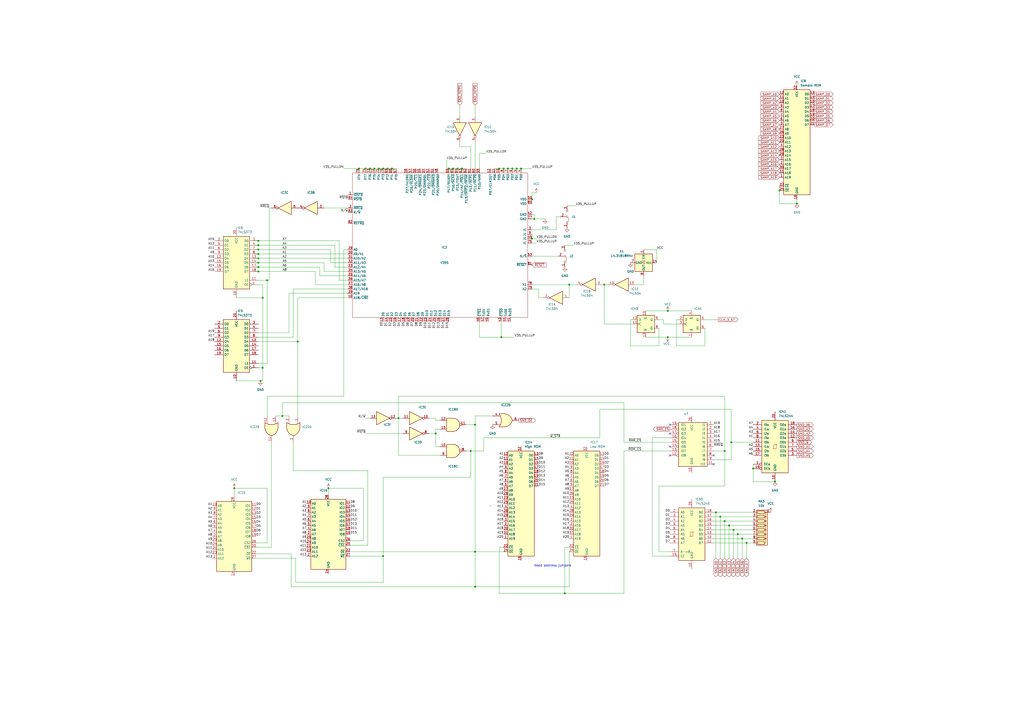
<source format=kicad_sch>
(kicad_sch (version 20211123) (generator eeschema)
  (paper "A2")
  (junction (at 231.14 242.57))
  (junction (at 420.37 261.62))
  (junction (at 262.89 97.79))
  (junction (at 154.94 162.56))
  (junction (at 152.4 213.36))
  (junction (at 222.25 97.79))
  (junction (at 449.58 279.4))
  (junction (at 273.05 261.62))
  (junction (at 172.72 198.12))
  (junction (at 217.17 97.79))
  (junction (at 436.88 271.78))
  (junction (at 252.73 251.46))
  (junction (at 290.83 195.58))
  (junction (at 163.83 241.3))
  (junction (at 292.1 97.79))
  (junction (at 149.86 144.78))
  (junction (at 265.43 97.79))
  (junction (at 208.28 97.79))
  (junction (at 190.5 283.21))
  (junction (at 135.89 283.21))
  (junction (at 415.29 297.18))
  (junction (at 308.61 115.57))
  (junction (at 149.86 157.48))
  (junction (at 219.71 97.79))
  (junction (at 152.4 172.72))
  (junction (at 149.86 147.32))
  (junction (at 275.59 320.04))
  (junction (at 420.37 302.26))
  (junction (at 302.26 97.79))
  (junction (at 214.63 97.79))
  (junction (at 387.35 195.58))
  (junction (at 222.25 322.58))
  (junction (at 424.18 256.54))
  (junction (at 327.66 344.17))
  (junction (at 425.45 307.34))
  (junction (at 267.97 97.79))
  (junction (at 149.86 139.7))
  (junction (at 149.86 152.4))
  (junction (at 227.33 97.79))
  (junction (at 149.86 142.24))
  (junction (at 297.18 97.79))
  (junction (at 417.83 299.72))
  (junction (at 422.91 304.8))
  (junction (at 452.12 110.49))
  (junction (at 350.52 165.1))
  (junction (at 387.35 180.34))
  (junction (at 149.86 149.86))
  (junction (at 224.79 97.79))
  (junction (at 330.2 165.1))
  (junction (at 308.61 138.43))
  (junction (at 212.09 97.79))
  (junction (at 430.53 312.42))
  (junction (at 462.28 118.11))
  (junction (at 260.35 97.79))
  (junction (at 427.99 309.88))
  (junction (at 151.13 220.98))
  (junction (at 289.56 97.79))
  (junction (at 275.59 340.36))
  (junction (at 275.59 246.38))
  (junction (at 294.64 97.79))
  (junction (at 299.72 97.79))
  (junction (at 433.07 314.96))
  (junction (at 309.88 127))
  (junction (at 149.86 154.94))
  (no_connect (at 388.62 246.38))
  (no_connect (at 388.62 264.16))
  (no_connect (at 388.62 259.08))
  (no_connect (at 388.62 251.46))
  (no_connect (at 414.02 264.16))
  (no_connect (at 414.02 269.24))
  (wire (pts (xy 353.06 165.1) (xy 350.52 165.1)))
  (wire (pts (xy 462.28 118.11) (xy 462.28 115.57)))
  (wire (pts (xy 152.4 213.36) (xy 152.4 220.98)))
  (wire (pts (xy 278.13 195.58) (xy 290.83 195.58)))
  (wire (pts (xy 350.52 165.1) (xy 349.25 165.1)))
  (wire (pts (xy 154.94 314.96) (xy 154.94 283.21)))
  (wire (pts (xy 217.17 97.79) (xy 219.71 97.79)))
  (wire (pts (xy 415.29 297.18) (xy 436.88 297.18)))
  (wire (pts (xy 384.81 185.42) (xy 384.81 187.96)))
  (wire (pts (xy 149.86 147.32) (xy 201.93 147.32)))
  (wire (pts (xy 222.25 97.79) (xy 224.79 97.79)))
  (wire (pts (xy 149.86 210.82) (xy 154.94 210.82)))
  (wire (pts (xy 147.32 147.32) (xy 149.86 147.32)))
  (wire (pts (xy 170.18 167.64) (xy 170.18 195.58)))
  (wire (pts (xy 382.27 190.5) (xy 382.27 200.66)))
  (wire (pts (xy 275.59 60.96) (xy 275.59 67.31)))
  (wire (pts (xy 275.59 82.55) (xy 275.59 97.79)))
  (wire (pts (xy 378.46 322.58) (xy 388.62 322.58)))
  (wire (pts (xy 252.73 259.08) (xy 252.73 251.46)))
  (wire (pts (xy 308.61 124.46) (xy 309.88 124.46)))
  (wire (pts (xy 201.93 144.78) (xy 199.39 144.78)))
  (wire (pts (xy 191.77 144.78) (xy 149.86 144.78)))
  (wire (pts (xy 167.64 170.18) (xy 201.93 170.18)))
  (wire (pts (xy 322.58 125.73) (xy 325.12 125.73)))
  (wire (pts (xy 275.59 241.3) (xy 275.59 246.38)))
  (wire (pts (xy 203.2 320.04) (xy 275.59 320.04)))
  (wire (pts (xy 414.02 302.26) (xy 420.37 302.26)))
  (wire (pts (xy 420.37 323.85) (xy 420.37 302.26)))
  (wire (pts (xy 417.83 323.85) (xy 417.83 299.72)))
  (wire (pts (xy 330.2 320.04) (xy 330.2 340.36)))
  (wire (pts (xy 417.83 299.72) (xy 436.88 299.72)))
  (wire (pts (xy 167.64 170.18) (xy 167.64 193.04)))
  (wire (pts (xy 227.33 97.79) (xy 229.87 97.79)))
  (wire (pts (xy 408.94 190.5) (xy 408.94 200.66)))
  (wire (pts (xy 430.53 312.42) (xy 436.88 312.42)))
  (wire (pts (xy 182.88 165.1) (xy 201.93 165.1)))
  (wire (pts (xy 425.45 323.85) (xy 425.45 307.34)))
  (wire (pts (xy 427.99 323.85) (xy 427.99 309.88)))
  (wire (pts (xy 381 144.78) (xy 373.38 144.78)))
  (wire (pts (xy 408.94 200.66) (xy 392.43 200.66)))
  (wire (pts (xy 152.4 165.1) (xy 152.4 172.72)))
  (wire (pts (xy 210.82 283.21) (xy 190.5 283.21)))
  (wire (pts (xy 414.02 261.62) (xy 420.37 261.62)))
  (wire (pts (xy 308.61 167.64) (xy 312.42 167.64)))
  (wire (pts (xy 388.62 256.54) (xy 361.95 256.54)))
  (wire (pts (xy 452.12 107.95) (xy 452.12 110.49)))
  (wire (pts (xy 422.91 323.85) (xy 422.91 304.8)))
  (wire (pts (xy 148.59 323.85) (xy 171.45 323.85)))
  (wire (pts (xy 160.02 241.3) (xy 163.83 241.3)))
  (wire (pts (xy 290.83 195.58) (xy 298.45 195.58)))
  (wire (pts (xy 147.32 157.48) (xy 149.86 157.48)))
  (wire (pts (xy 190.5 283.21) (xy 190.5 287.02)))
  (wire (pts (xy 392.43 185.42) (xy 392.43 200.66)))
  (wire (pts (xy 308.61 127) (xy 309.88 127)))
  (wire (pts (xy 287.02 97.79) (xy 289.56 97.79)))
  (wire (pts (xy 289.56 344.17) (xy 327.66 344.17)))
  (wire (pts (xy 424.18 266.7) (xy 424.18 256.54)))
  (wire (pts (xy 252.73 243.84) (xy 255.27 243.84)))
  (wire (pts (xy 392.43 185.42) (xy 393.7 185.42)))
  (wire (pts (xy 278.13 186.69) (xy 278.13 195.58)))
  (wire (pts (xy 289.56 317.5) (xy 289.56 344.17)))
  (wire (pts (xy 187.96 157.48) (xy 187.96 152.4)))
  (wire (pts (xy 294.64 97.79) (xy 297.18 97.79)))
  (wire (pts (xy 278.13 97.79) (xy 278.13 88.9)))
  (wire (pts (xy 185.42 160.02) (xy 185.42 154.94)))
  (wire (pts (xy 222.25 276.86) (xy 273.05 276.86)))
  (wire (pts (xy 156.21 120.65) (xy 156.21 162.56)))
  (wire (pts (xy 433.07 314.96) (xy 436.88 314.96)))
  (wire (pts (xy 270.51 246.38) (xy 275.59 246.38)))
  (wire (pts (xy 308.61 118.11) (xy 308.61 115.57)))
  (wire (pts (xy 212.09 97.79) (xy 214.63 97.79)))
  (wire (pts (xy 330.2 317.5) (xy 327.66 317.5)))
  (wire (pts (xy 222.25 322.58) (xy 222.25 337.82)))
  (wire (pts (xy 147.32 154.94) (xy 149.86 154.94)))
  (wire (pts (xy 365.76 185.42) (xy 367.03 185.42)))
  (wire (pts (xy 328.93 119.38) (xy 334.01 119.38)))
  (wire (pts (xy 259.08 97.79) (xy 260.35 97.79)))
  (wire (pts (xy 149.86 213.36) (xy 152.4 213.36)))
  (wire (pts (xy 347.98 254) (xy 280.67 254)))
  (wire (pts (xy 248.92 242.57) (xy 252.73 242.57)))
  (wire (pts (xy 199.39 229.87) (xy 154.94 229.87)))
  (wire (pts (xy 280.67 261.62) (xy 273.05 261.62)))
  (wire (pts (xy 252.73 242.57) (xy 252.73 243.84)))
  (wire (pts (xy 191.77 152.4) (xy 201.93 152.4)))
  (wire (pts (xy 420.37 261.62) (xy 420.37 281.94)))
  (wire (pts (xy 273.05 85.09) (xy 273.05 97.79)))
  (wire (pts (xy 361.95 344.17) (xy 327.66 344.17)))
  (wire (pts (xy 312.42 172.72) (xy 314.96 172.72)))
  (wire (pts (xy 312.42 167.64) (xy 312.42 172.72)))
  (wire (pts (xy 196.85 162.56) (xy 201.93 162.56)))
  (wire (pts (xy 266.7 85.09) (xy 273.05 85.09)))
  (wire (pts (xy 327.66 142.24) (xy 332.74 142.24)))
  (wire (pts (xy 147.32 144.78) (xy 149.86 144.78)))
  (wire (pts (xy 182.88 157.48) (xy 149.86 157.48)))
  (wire (pts (xy 156.21 162.56) (xy 154.94 162.56)))
  (wire (pts (xy 231.14 242.57) (xy 233.68 242.57)))
  (wire (pts (xy 255.27 248.92) (xy 252.73 248.92)))
  (wire (pts (xy 308.61 135.89) (xy 308.61 138.43)))
  (wire (pts (xy 420.37 261.62) (xy 420.37 229.87)))
  (wire (pts (xy 367.03 187.96) (xy 350.52 187.96)))
  (wire (pts (xy 252.73 248.92) (xy 252.73 251.46)))
  (wire (pts (xy 170.18 273.05) (xy 213.36 273.05)))
  (wire (pts (xy 210.82 313.69) (xy 210.82 283.21)))
  (wire (pts (xy 350.52 187.96) (xy 350.52 165.1)))
  (wire (pts (xy 170.18 167.64) (xy 201.93 167.64)))
  (wire (pts (xy 170.18 256.54) (xy 170.18 273.05)))
  (wire (pts (xy 308.61 148.59) (xy 323.85 148.59)))
  (wire (pts (xy 289.56 97.79) (xy 292.1 97.79)))
  (wire (pts (xy 361.95 233.68) (xy 163.83 233.68)))
  (wire (pts (xy 436.88 279.4) (xy 436.88 271.78)))
  (wire (pts (xy 252.73 251.46) (xy 248.92 251.46)))
  (wire (pts (xy 265.43 97.79) (xy 262.89 97.79)))
  (wire (pts (xy 382.27 281.94) (xy 382.27 320.04)))
  (wire (pts (xy 172.72 241.3) (xy 172.72 198.12)))
  (wire (pts (xy 292.1 320.04) (xy 275.59 320.04)))
  (wire (pts (xy 330.2 340.36) (xy 275.59 340.36)))
  (wire (pts (xy 266.7 60.96) (xy 266.7 67.31)))
  (wire (pts (xy 231.14 264.16) (xy 231.14 242.57)))
  (wire (pts (xy 231.14 229.87) (xy 231.14 242.57)))
  (wire (pts (xy 290.83 186.69) (xy 290.83 195.58)))
  (wire (pts (xy 194.31 154.94) (xy 201.93 154.94)))
  (wire (pts (xy 152.4 172.72) (xy 152.4 213.36)))
  (wire (pts (xy 163.83 233.68) (xy 163.83 241.3)))
  (wire (pts (xy 266.7 82.55) (xy 266.7 85.09)))
  (wire (pts (xy 382.27 185.42) (xy 384.81 185.42)))
  (wire (pts (xy 157.48 317.5) (xy 148.59 317.5)))
  (wire (pts (xy 170.18 195.58) (xy 149.86 195.58)))
  (wire (pts (xy 199.39 144.78) (xy 199.39 229.87)))
  (wire (pts (xy 157.48 256.54) (xy 157.48 317.5)))
  (wire (pts (xy 151.13 220.98) (xy 152.4 220.98)))
  (wire (pts (xy 436.88 256.54) (xy 424.18 256.54)))
  (wire (pts (xy 420.37 302.26) (xy 436.88 302.26)))
  (wire (pts (xy 154.94 162.56) (xy 149.86 162.56)))
  (wire (pts (xy 361.95 261.62) (xy 361.95 344.17)))
  (wire (pts (xy 308.61 115.57) (xy 308.61 111.76)))
  (wire (pts (xy 416.56 185.42) (xy 408.94 185.42)))
  (wire (pts (xy 308.61 165.1) (xy 330.2 165.1)))
  (wire (pts (xy 171.45 323.85) (xy 171.45 337.82)))
  (wire (pts (xy 191.77 152.4) (xy 191.77 144.78)))
  (wire (pts (xy 203.2 322.58) (xy 222.25 322.58)))
  (wire (pts (xy 151.13 220.98) (xy 137.16 220.98)))
  (wire (pts (xy 213.36 316.23) (xy 203.2 316.23)))
  (wire (pts (xy 414.02 304.8) (xy 422.91 304.8)))
  (wire (pts (xy 436.88 269.24) (xy 436.88 271.78)))
  (wire (pts (xy 430.53 323.85) (xy 430.53 312.42)))
  (wire (pts (xy 163.83 241.3) (xy 167.64 241.3)))
  (wire (pts (xy 222.25 337.82) (xy 171.45 337.82)))
  (wire (pts (xy 208.28 97.79) (xy 212.09 97.79)))
  (wire (pts (xy 154.94 210.82) (xy 154.94 162.56)))
  (wire (pts (xy 196.85 139.7) (xy 149.86 139.7)))
  (wire (pts (xy 168.91 321.31) (xy 168.91 340.36)))
  (wire (pts (xy 373.38 160.02) (xy 373.38 165.1)))
  (wire (pts (xy 414.02 309.88) (xy 427.99 309.88)))
  (wire (pts (xy 285.75 241.3) (xy 275.59 241.3)))
  (wire (pts (xy 308.61 133.35) (xy 322.58 133.35)))
  (wire (pts (xy 424.18 256.54) (xy 424.18 237.49)))
  (wire (pts (xy 194.31 154.94) (xy 194.31 142.24)))
  (wire (pts (xy 322.58 133.35) (xy 322.58 125.73)))
  (wire (pts (xy 381 152.4) (xy 381 144.78)))
  (wire (pts (xy 420.37 229.87) (xy 231.14 229.87)))
  (wire (pts (xy 452.12 118.11) (xy 462.28 118.11)))
  (wire (pts (xy 222.25 276.86) (xy 222.25 322.58)))
  (wire (pts (xy 280.67 254) (xy 280.67 261.62)))
  (wire (pts (xy 154.94 229.87) (xy 154.94 241.3)))
  (wire (pts (xy 157.48 120.65) (xy 156.21 120.65)))
  (wire (pts (xy 422.91 304.8) (xy 436.88 304.8)))
  (wire (pts (xy 148.59 321.31) (xy 168.91 321.31)))
  (wire (pts (xy 137.16 172.72) (xy 152.4 172.72)))
  (wire (pts (xy 224.79 97.79) (xy 227.33 97.79)))
  (wire (pts (xy 185.42 154.94) (xy 149.86 154.94)))
  (wire (pts (xy 424.18 237.49) (xy 347.98 237.49)))
  (wire (pts (xy 330.2 172.72) (xy 330.2 165.1)))
  (wire (pts (xy 382.27 200.66) (xy 365.76 200.66)))
  (wire (pts (xy 302.26 97.79) (xy 308.61 97.79)))
  (wire (pts (xy 219.71 97.79) (xy 222.25 97.79)))
  (wire (pts (xy 388.62 254) (xy 378.46 254)))
  (wire (pts (xy 275.59 340.36) (xy 275.59 320.04)))
  (wire (pts (xy 168.91 340.36) (xy 275.59 340.36)))
  (wire (pts (xy 415.29 323.85) (xy 415.29 297.18)))
  (wire (pts (xy 172.72 172.72) (xy 201.93 172.72)))
  (wire (pts (xy 267.97 97.79) (xy 265.43 97.79)))
  (wire (pts (xy 135.89 283.21) (xy 135.89 288.29)))
  (wire (pts (xy 297.18 97.79) (xy 299.72 97.79)))
  (wire (pts (xy 149.86 198.12) (xy 172.72 198.12)))
  (wire (pts (xy 311.15 140.97) (xy 308.61 140.97)))
  (wire (pts (xy 273.05 276.86) (xy 273.05 261.62)))
  (wire (pts (xy 420.37 281.94) (xy 382.27 281.94)))
  (wire (pts (xy 414.02 314.96) (xy 433.07 314.96)))
  (wire (pts (xy 214.63 242.57) (xy 212.09 242.57)))
  (wire (pts (xy 212.09 251.46) (xy 233.68 251.46)))
  (wire (pts (xy 187.96 157.48) (xy 201.93 157.48)))
  (wire (pts (xy 414.02 297.18) (xy 415.29 297.18)))
  (wire (pts (xy 378.46 254) (xy 378.46 322.58)))
  (wire (pts (xy 299.72 97.79) (xy 302.26 97.79)))
  (wire (pts (xy 259.08 92.71) (xy 259.08 97.79)))
  (wire (pts (xy 374.65 195.58) (xy 387.35 195.58)))
  (wire (pts (xy 388.62 320.04) (xy 382.27 320.04)))
  (wire (pts (xy 374.65 180.34) (xy 387.35 180.34)))
  (wire (pts (xy 185.42 160.02) (xy 201.93 160.02)))
  (wire (pts (xy 213.36 273.05) (xy 213.36 316.23)))
  (wire (pts (xy 433.07 323.85) (xy 433.07 314.96)))
  (wire (pts (xy 311.15 138.43) (xy 308.61 138.43)))
  (wire (pts (xy 414.02 299.72) (xy 417.83 299.72)))
  (wire (pts (xy 292.1 317.5) (xy 289.56 317.5)))
  (wire (pts (xy 373.38 165.1) (xy 368.3 165.1)))
  (wire (pts (xy 203.2 313.69) (xy 210.82 313.69)))
  (wire (pts (xy 201.93 120.65) (xy 187.96 120.65)))
  (wire (pts (xy 270.51 261.62) (xy 273.05 261.62)))
  (wire (pts (xy 292.1 97.79) (xy 294.64 97.79)))
  (wire (pts (xy 214.63 97.79) (xy 217.17 97.79)))
  (wire (pts (xy 387.35 180.34) (xy 401.32 180.34)))
  (wire (pts (xy 414.02 307.34) (xy 425.45 307.34)))
  (wire (pts (xy 255.27 264.16) (xy 231.14 264.16)))
  (wire (pts (xy 149.86 149.86) (xy 201.93 149.86)))
  (wire (pts (xy 384.81 187.96) (xy 393.7 187.96)))
  (wire (pts (xy 308.61 111.76) (xy 311.15 111.76)))
  (wire (pts (xy 154.94 283.21) (xy 135.89 283.21)))
  (wire (pts (xy 278.13 88.9) (xy 281.94 88.9)))
  (wire (pts (xy 347.98 237.49) (xy 347.98 254)))
  (wire (pts (xy 309.88 124.46) (xy 309.88 127)))
  (wire (pts (xy 167.64 193.04) (xy 149.86 193.04)))
  (wire (pts (xy 194.31 142.24) (xy 149.86 142.24)))
  (wire (pts (xy 270.51 97.79) (xy 267.97 97.79)))
  (wire (pts (xy 427.99 309.88) (xy 436.88 309.88)))
  (wire (pts (xy 147.32 149.86) (xy 149.86 149.86)))
  (wire (pts (xy 262.89 97.79) (xy 260.35 97.79)))
  (wire (pts (xy 414.02 312.42) (xy 430.53 312.42)))
  (wire (pts (xy 330.2 165.1) (xy 334.01 165.1)))
  (wire (pts (xy 149.86 165.1) (xy 152.4 165.1)))
  (wire (pts (xy 365.76 200.66) (xy 365.76 185.42)))
  (wire (pts (xy 414.02 266.7) (xy 424.18 266.7)))
  (wire (pts (xy 425.45 307.34) (xy 436.88 307.34)))
  (wire (pts (xy 199.39 97.79) (xy 208.28 97.79)))
  (wire (pts (xy 327.66 344.17) (xy 327.66 317.5)))
  (wire (pts (xy 388.62 261.62) (xy 361.95 261.62)))
  (wire (pts (xy 255.27 259.08) (xy 252.73 259.08)))
  (wire (pts (xy 229.87 242.57) (xy 231.14 242.57)))
  (wire (pts (xy 275.59 246.38) (xy 275.59 320.04)))
  (wire (pts (xy 187.96 152.4) (xy 149.86 152.4)))
  (wire (pts (xy 147.32 139.7) (xy 149.86 139.7)))
  (wire (pts (xy 196.85 162.56) (xy 196.85 139.7)))
  (wire (pts (xy 361.95 256.54) (xy 361.95 233.68)))
  (wire (pts (xy 147.32 152.4) (xy 149.86 152.4)))
  (wire (pts (xy 449.58 279.4) (xy 436.88 279.4)))
  (wire (pts (xy 309.88 127) (xy 316.23 127)))
  (wire (pts (xy 148.59 314.96) (xy 154.94 314.96)))
  (wire (pts (xy 147.32 142.24) (xy 149.86 142.24)))
  (wire (pts (xy 172.72 172.72) (xy 172.72 198.12)))
  (wire (pts (xy 452.12 110.49) (xy 452.12 118.11)))
  (wire (pts (xy 182.88 165.1) (xy 182.88 157.48)))
  (wire (pts (xy 387.35 195.58) (xy 401.32 195.58)))
  (text "Need address jumpers" (at 331.47 328.93 180) (effects (font (size 1.27 1.27)) (justify right bottom)))
  (label "D9" (at 312.42 266.7 0))
  (label "A11" (at 330.2 289.56 180))
  (label "D5" (at 388.62 309.88 180))
  (label "A19" (at 124.46 193.04 180))
  (label "A6" (at 177.8 304.8 180))
  (label "A2" (at 330.2 266.7 180))
  (label "D6" (at 148.59 308.61 0))
  (label "A18" (at 292.1 307.34 180))
  (label "D2" (at 350.52 269.24 0))
  (label "A5" (at 163.83 152.4 0))
  (label "A9" (at 124.46 147.32 180))
  (label "A3" (at 163.83 144.78 0))
  (label "A15" (at 292.1 299.72 180))
  (label "A11" (at 177.8 317.5 180))
  (label "A2" (at 123.19 295.91 180))
  (label "A1" (at 330.2 264.16 180))
  (label "A6" (at 123.19 306.07 180))
  (label "A17" (at 330.2 304.8 180))
  (label "D13" (at 312.42 276.86 0))
  (label "A7" (at 436.88 246.38 180))
  (label "D2" (at 227.33 186.69 270))
  (label "A13" (at 292.1 294.64 180))
  (label "D2" (at 388.62 302.26 180))
  (label "A12" (at 330.2 292.1 180))
  (label "A1" (at 123.19 293.37 180))
  (label "A13" (at 177.8 322.58 180))
  (label "~{ROM_CS}" (at 372.11 261.62 180))
  (label "A1" (at 292.1 264.16 180))
  (label "A8" (at 330.2 281.94 180))
  (label "D1" (at 388.62 299.72 180))
  (label "A7" (at 292.1 279.4 180))
  (label "D9" (at 203.2 294.64 0))
  (label "V35_PULLUP" (at 298.45 195.58 0))
  (label "A14" (at 330.2 297.18 180))
  (label "D7" (at 350.52 281.94 0))
  (label "D5" (at 350.52 276.86 0))
  (label "D10" (at 247.65 186.69 270))
  (label "A14" (at 124.46 154.94 180))
  (label "A7" (at 177.8 307.34 180))
  (label "A8" (at 163.83 157.48 0))
  (label "D0" (at 388.62 297.18 180))
  (label "A20" (at 292.1 312.42 180))
  (label "A1" (at 163.83 147.32 0))
  (label "D13" (at 203.2 304.8 0))
  (label "V35_PULLUP" (at 332.74 142.24 0))
  (label "D11" (at 250.19 186.69 270))
  (label "A3" (at 177.8 297.18 180))
  (label "V35_PULLUP" (at 334.01 119.38 0))
  (label "D4" (at 388.62 307.34 180))
  (label "A11" (at 124.46 144.78 180))
  (label "A19" (at 414.02 246.38 0))
  (label "V35_PULLUP" (at 259.08 92.71 0))
  (label "A8" (at 123.19 311.15 180))
  (label "D5" (at 234.95 186.69 270))
  (label "R{slash}~{W}" (at 212.09 242.57 180))
  (label "A3" (at 292.1 269.24 180))
  (label "R{slash}~{W}" (at 201.93 123.19 180))
  (label "V35_PULLUP" (at 311.15 140.97 0))
  (label "D15" (at 203.2 309.88 0))
  (label "D3" (at 388.62 304.8 180))
  (label "A17" (at 124.46 195.58 180))
  (label "A19" (at 330.2 309.88 180))
  (label "D1" (at 148.59 295.91 0))
  (label "A18" (at 124.46 198.12 180))
  (label "A8" (at 292.1 281.94 180))
  (label "A9" (at 330.2 284.48 180))
  (label "A16" (at 292.1 302.26 180))
  (label "D13" (at 255.27 186.69 270))
  (label "A2" (at 177.8 294.64 180))
  (label "A15" (at 330.2 299.72 180))
  (label "D5" (at 148.59 306.07 0))
  (label "A7" (at 330.2 279.4 180))
  (label "A18" (at 414.02 248.92 0))
  (label "D3" (at 148.59 300.99 0))
  (label "A4" (at 436.88 248.92 180))
  (label "D1" (at 224.79 186.69 270))
  (label "A4" (at 177.8 299.72 180))
  (label "D7" (at 240.03 186.69 270))
  (label "~{RAM_CS}" (at 372.11 256.54 180))
  (label "D14" (at 257.81 186.69 270))
  (label "A12" (at 124.46 142.24 180))
  (label "D6" (at 237.49 186.69 270))
  (label "D8" (at 312.42 264.16 0))
  (label "A10" (at 292.1 287.02 180))
  (label "A17" (at 414.02 251.46 0))
  (label "A2" (at 436.88 259.08 180))
  (label "A10" (at 124.46 149.86 180))
  (label "D0" (at 148.59 293.37 0))
  (label "A2" (at 292.1 266.7 180))
  (label "D1" (at 350.52 266.7 0))
  (label "A9" (at 177.8 312.42 180))
  (label "D14" (at 312.42 279.4 0))
  (label "A9" (at 292.1 284.48 180))
  (label "A5" (at 123.19 303.53 180))
  (label "A13" (at 124.46 152.4 180))
  (label "A3" (at 123.19 298.45 180))
  (label "A5" (at 177.8 302.26 180))
  (label "D8" (at 242.57 186.69 270))
  (label "V35_PULLDN" (at 281.94 88.9 0))
  (label "D12" (at 312.42 274.32 0))
  (label "A7" (at 163.83 139.7 0))
  (label "~{MSTB}" (at 212.09 251.46 180))
  (label "A11" (at 123.19 318.77 180))
  (label "D0" (at 350.52 264.16 0))
  (label "A3" (at 436.88 251.46 180))
  (label "D15" (at 260.35 186.69 270))
  (label "A4" (at 292.1 271.78 180))
  (label "~{MREQ}" (at 414.02 259.08 0))
  (label "A9" (at 123.19 313.69 180))
  (label "VCC" (at 381 144.78 0))
  (label "A5" (at 436.88 261.62 180))
  (label "~{MREQ}" (at 156.21 120.65 180))
  (label "~{W_STB}" (at 325.12 254 180))
  (label "D4" (at 148.59 303.53 0))
  (label "A6" (at 436.88 264.16 180))
  (label "A12" (at 292.1 292.1 180))
  (label "A10" (at 330.2 287.02 180))
  (label "A4" (at 123.19 300.99 180))
  (label "D7" (at 148.59 311.15 0))
  (label "A17" (at 292.1 304.8 180))
  (label "A19" (at 292.1 309.88 180))
  (label "A16" (at 414.02 254 0))
  (label "A13" (at 330.2 294.64 180))
  (label "A4" (at 163.83 142.24 0))
  (label "D11" (at 312.42 271.78 0))
  (label "A12" (at 123.19 321.31 180))
  (label "D11" (at 203.2 299.72 0))
  (label "A7" (at 123.19 308.61 180))
  (label "A20" (at 330.2 312.42 180))
  (label "D7" (at 388.62 314.96 180))
  (label "A16" (at 330.2 302.26 180))
  (label "D12" (at 252.73 186.69 270))
  (label "A3" (at 330.2 269.24 180))
  (label "D10" (at 203.2 297.18 0))
  (label "D14" (at 203.2 307.34 0))
  (label "A5" (at 292.1 274.32 180))
  (label "A1" (at 436.88 254 180))
  (label "D3" (at 229.87 186.69 270))
  (label "D12" (at 203.2 302.26 0))
  (label "~{MSTB}" (at 201.93 115.57 180))
  (label "A6" (at 330.2 276.86 180))
  (label "A14" (at 292.1 297.18 180))
  (label "A13" (at 123.19 323.85 180))
  (label "D4" (at 232.41 186.69 270))
  (label "A2" (at 163.83 149.86 0))
  (label "A6" (at 292.1 276.86 180))
  (label "A18" (at 330.2 307.34 180))
  (label "D0" (at 222.25 186.69 270))
  (label "D4" (at 350.52 274.32 0))
  (label "D15" (at 312.42 281.94 0))
  (label "A15" (at 414.02 256.54 0))
  (label "D2" (at 148.59 298.45 0))
  (label "A15" (at 124.46 139.7 180))
  (label "A12" (at 177.8 320.04 180))
  (label "D9" (at 245.11 186.69 270))
  (label "A10" (at 123.19 316.23 180))
  (label "V35_PULLDN" (at 311.15 138.43 0))
  (label "A10" (at 177.8 314.96 180))
  (label "A5" (at 330.2 274.32 180))
  (label "D6" (at 388.62 312.42 180))
  (label "A1" (at 177.8 292.1 180))
  (label "D10" (at 312.42 269.24 0))
  (label "D8" (at 203.2 292.1 0))
  (label "V35_PULLUP" (at 308.61 97.79 0))
  (label "A4" (at 330.2 271.78 180))
  (label "A8" (at 177.8 309.88 180))
  (label "A16" (at 124.46 157.48 180))
  (label "V35_PULLDN" (at 199.39 97.79 180))
  (label "A11" (at 292.1 289.56 180))
  (label "D3" (at 350.52 271.78 0))
  (label "A6" (at 163.83 154.94 0))
  (label "D6" (at 350.52 279.4 0))
  (global_label "SND_D3" (shape bidirectional) (at 422.91 323.85 270) (property "Intersheet References" "${INTERSHEET_REFS}" (effects hide)))
  (global_label "SAMP_A4" (shape input) (at 452.12 64.77 180) (property "Intersheet References" "${INTERSHEET_REFS}" (effects hide)))
  (global_label "~{SND_INTP0}" (shape input) (at 275.59 60.96 90) (property "Intersheet References" "${INTERSHEET_REFS}" (effects hide)))
  (global_label "SAMP_A19" (shape input) (at 452.12 102.87 180) (property "Intersheet References" "${INTERSHEET_REFS}" (effects hide)))
  (global_label "SAMP_A11" (shape input) (at 452.12 82.55 180) (property "Intersheet References" "${INTERSHEET_REFS}" (effects hide)))
  (global_label "SAMP_A6" (shape input) (at 452.12 69.85 180) (property "Intersheet References" "${INTERSHEET_REFS}" (effects hide)))
  (global_label "SND_D4" (shape bidirectional) (at 425.45 323.85 270) (property "Intersheet References" "${INTERSHEET_REFS}" (effects hide)))
  (global_label "SAMP_D2" (shape output) (at 472.44 59.69 0) (property "Intersheet References" "${INTERSHEET_REFS}" (effects hide)))
  (global_label "SAMP_A5" (shape input) (at 452.12 67.31 180) (property "Intersheet References" "${INTERSHEET_REFS}" (effects hide)))
  (global_label "SAMP_D0" (shape output) (at 472.44 54.61 0) (property "Intersheet References" "${INTERSHEET_REFS}" (effects hide)))
  (global_label "SAMP_D7" (shape output) (at 472.44 72.39 0) (property "Intersheet References" "${INTERSHEET_REFS}" (effects hide)))
  (global_label "SND_A0" (shape output) (at 462.28 254 0) (property "Intersheet References" "${INTERSHEET_REFS}" (effects hide)))
  (global_label "SAMP_D3" (shape output) (at 472.44 62.23 0) (property "Intersheet References" "${INTERSHEET_REFS}" (effects hide)))
  (global_label "SND_A6" (shape output) (at 462.28 246.38 0) (property "Intersheet References" "${INTERSHEET_REFS}" (effects hide)))
  (global_label "SND_D7" (shape bidirectional) (at 433.07 323.85 270) (property "Intersheet References" "${INTERSHEET_REFS}" (effects hide)))
  (global_label "SAMP_D4" (shape output) (at 472.44 64.77 0) (property "Intersheet References" "${INTERSHEET_REFS}" (effects hide)))
  (global_label "SAMP_A0" (shape input) (at 452.12 54.61 180) (property "Intersheet References" "${INTERSHEET_REFS}" (effects hide)))
  (global_label "SAMP_A14" (shape input) (at 452.12 90.17 180) (property "Intersheet References" "${INTERSHEET_REFS}" (effects hide)))
  (global_label "SND_D1" (shape bidirectional) (at 417.83 323.85 270) (property "Intersheet References" "${INTERSHEET_REFS}" (effects hide)))
  (global_label "~{SND_INTP1}" (shape input) (at 266.7 60.96 90) (property "Intersheet References" "${INTERSHEET_REFS}" (effects hide)))
  (global_label "SAMP_D5" (shape output) (at 472.44 67.31 0) (property "Intersheet References" "${INTERSHEET_REFS}" (effects hide)))
  (global_label "SAMP_A12" (shape input) (at 452.12 85.09 180) (property "Intersheet References" "${INTERSHEET_REFS}" (effects hide)))
  (global_label "SND_A3" (shape output) (at 462.28 248.92 0) (property "Intersheet References" "${INTERSHEET_REFS}" (effects hide)))
  (global_label "SND_D6" (shape bidirectional) (at 430.53 323.85 270) (property "Intersheet References" "${INTERSHEET_REFS}" (effects hide)))
  (global_label "SND_D2" (shape bidirectional) (at 420.37 323.85 270) (property "Intersheet References" "${INTERSHEET_REFS}" (effects hide)))
  (global_label "~{SND_OE}" (shape output) (at 300.99 243.84 0) (property "Intersheet References" "${INTERSHEET_REFS}" (effects hide)))
  (global_label "SND_A4" (shape output) (at 462.28 261.62 0) (property "Intersheet References" "${INTERSHEET_REFS}" (effects hide)))
  (global_label "SAMP_A7" (shape input) (at 452.12 72.39 180) (property "Intersheet References" "${INTERSHEET_REFS}" (effects hide)))
  (global_label "~{SND_CS}" (shape output) (at 388.62 248.92 180) (property "Intersheet References" "${INTERSHEET_REFS}" (effects hide)))
  (global_label "SAMP_A1" (shape input) (at 452.12 57.15 180) (property "Intersheet References" "${INTERSHEET_REFS}" (effects hide)))
  (global_label "SND_A1" (shape output) (at 462.28 259.08 0) (property "Intersheet References" "${INTERSHEET_REFS}" (effects hide)))
  (global_label "SAMP_A10" (shape input) (at 452.12 80.01 180) (property "Intersheet References" "${INTERSHEET_REFS}" (effects hide)))
  (global_label "SAMP_D6" (shape output) (at 472.44 69.85 0) (property "Intersheet References" "${INTERSHEET_REFS}" (effects hide)))
  (global_label "SAMP_A18" (shape input) (at 452.12 100.33 180) (property "Intersheet References" "${INTERSHEET_REFS}" (effects hide)))
  (global_label "SND_A5" (shape output) (at 462.28 264.16 0) (property "Intersheet References" "${INTERSHEET_REFS}" (effects hide)))
  (global_label "SAMP_D1" (shape output) (at 472.44 57.15 0) (property "Intersheet References" "${INTERSHEET_REFS}" (effects hide)))
  (global_label "SAMP_A16" (shape input) (at 452.12 95.25 180) (property "Intersheet References" "${INTERSHEET_REFS}" (effects hide)))
  (global_label "SAMP_A15" (shape input) (at 452.12 92.71 180) (property "Intersheet References" "${INTERSHEET_REFS}" (effects hide)))
  (global_label "SAMP_A8" (shape input) (at 452.12 74.93 180) (property "Intersheet References" "${INTERSHEET_REFS}" (effects hide)))
  (global_label "SAMP_A3" (shape input) (at 452.12 62.23 180) (property "Intersheet References" "${INTERSHEET_REFS}" (effects hide)))
  (global_label "SND_D0" (shape bidirectional) (at 415.29 323.85 270) (property "Intersheet References" "${INTERSHEET_REFS}" (effects hide)))
  (global_label "SAMP_A2" (shape input) (at 452.12 59.69 180) (property "Intersheet References" "${INTERSHEET_REFS}" (effects hide)))
  (global_label "SAMP_A13" (shape input) (at 452.12 87.63 180) (property "Intersheet References" "${INTERSHEET_REFS}" (effects hide)))
  (global_label "~{SND_W}" (shape output) (at 462.28 256.54 0) (property "Intersheet References" "${INTERSHEET_REFS}" (effects hide)))
  (global_label "SAMP_A9" (shape input) (at 452.12 77.47 180) (property "Intersheet References" "${INTERSHEET_REFS}" (effects hide)))
  (global_label "CLK_3_57" (shape output) (at 416.56 185.42 0) (property "Intersheet References" "${INTERSHEET_REFS}" (effects hide)))
  (global_label "~{RESET}" (shape input) (at 308.61 153.67 0) (property "Intersheet References" "${INTERSHEET_REFS}" (effects hide)))
  (global_label "SND_D5" (shape bidirectional) (at 427.99 323.85 270) (property "Intersheet References" "${INTERSHEET_REFS}" (effects hide)))
  (global_label "SND_A2" (shape output) (at 462.28 251.46 0) (property "Intersheet References" "${INTERSHEET_REFS}" (effects hide)))
  (global_label "SAMP_A17" (shape input) (at 452.12 97.79 180) (property "Intersheet References" "${INTERSHEET_REFS}" (effects hide)))
  (symbol (lib_id "power:VCC") (at 135.89 283.21 0) (unit 1)
    (property "Reference" "#PWR?" (effects hide))
    (property "Value" "VCC" (at 135.89 278.13 0))
  )
  (symbol (lib_id "power:GND") (at 365.76 152.4 0) (mirror y) (unit 1)
    (property "Reference" "#PWR?" (effects hide))
    (property "Value" "GND" (at 365.76 157.48 0))
  )
  (symbol (lib_id "74xx:74LS04") (at 715.01 142.24 0) (unit 1)
    (property "Reference" "IC3" (at 715.01 133.35 0))
    (property "Datasheet" "http://www.ti.com/lit/gpn/sn74LS04" (effects hide))
  )
  (symbol (lib_id "74xx:74LS32") (at 687.07 179.07 0) (unit 3)
    (property "Reference" "IC22" (at 687.07 170.18 0))
    (property "Datasheet" "http://www.ti.com/lit/gpn/sn74LS32" (effects hide))
  )
  (symbol (lib_id "74xx:74LS00") (at 262.89 246.38 0) (unit 4)
    (property "Reference" "IC18" (at 262.89 237.49 0))
    (property "Datasheet" "http://www.ti.com/lit/gpn/sn74ls00" (effects hide))
  )
  (symbol (lib_id "74xx:74LS04") (at 180.34 120.65 0) (mirror y) (unit 2)
    (property "Reference" "IC3" (at 180.34 111.76 0))
    (property "Datasheet" "http://www.ti.com/lit/gpn/sn74LS04" (effects hide))
  )
  (symbol (lib_id "74xx:74LS04") (at 322.58 172.72 180) (unit 1)
    (property "Reference" "IC1" (at 320.04 176.53 0))
    (property "Value" "74LS04" (at 320.04 179.07 0))
    (property "Datasheet" "http://www.ti.com/lit/gpn/sn74LS04" (effects hide))
  )
  (symbol (lib_id "74xx:74LS32") (at 293.37 243.84 0) (unit 2)
    (property "Reference" "IC22" (at 293.37 234.95 0))
    (property "Datasheet" "http://www.ti.com/lit/gpn/sn74LS32" (effects hide))
  )
  (symbol (lib_id "power:GND") (at 328.93 132.08 0) (unit 1)
    (property "Reference" "#PWR?" (effects hide))
    (property "Value" "GND" (at 328.93 137.16 0))
  )
  (symbol (lib_id "power:GND") (at 285.75 246.38 0) (unit 1)
    (property "Reference" "#PWR?" (effects hide))
    (property "Value" "GND" (at 285.75 251.46 0))
  )
  (symbol (lib_id "power:GND") (at 462.28 118.11 0) (unit 1)
    (property "Reference" "#PWR?" (effects hide))
    (property "Value" "GND" (at 462.28 123.19 0))
  )
  (symbol (lib_id "power:VCC") (at 311.15 111.76 0) (unit 1)
    (property "Reference" "#PWR?" (effects hide))
    (property "Value" "VCC" (at 311.15 106.68 0))
  )
  (symbol (lib_id "74xx:74LS32") (at 170.18 248.92 270) (unit 1)
    (property "Reference" "IC22" (at 175.26 247.6499 90) (effects (justify left)))
    (property "Datasheet" "http://www.ti.com/lit/gpn/sn74LS32" (effects hide))
  )
  (symbol (lib_id "Jumper:Jumper_3_Bridged12") (at 327.66 148.59 270) (mirror x) (unit 1)
    (property "Reference" "J2" (at 330.2 148.5899 90) (effects (justify left)))
    (property "Value" "Jumper_3_Bridged12" (effects hide))
  )
  (symbol (lib_id "Jumper:Jumper_3_Bridged12") (at 328.93 125.73 270) (mirror x) (unit 1)
    (property "Reference" "J1" (at 331.47 125.7299 90) (effects (justify left)))
    (property "Value" "Jumper_3_Bridged12" (effects hide))
  )
  (symbol (lib_id "Memory_EPROM:27C080") (at 462.28 82.55 0) (unit 1)
    (property "Reference" "IC8" (at 464.2994 46.99 0) (effects (justify left)))
    (property "Value" "Sample ROM" (at 464.2994 49.53 0) (effects (justify left)))
    (property "Datasheet" "http://ww1.microchip.com/downloads/en/devicedoc/doc0360.pdf" (effects hide))
  )
  (symbol (lib_id "Irem:CXK5863") (at 135.89 311.15 0) (unit 1)
    (property "Reference" "IC15" (at 137.9094 285.75 0) (effects (justify left)))
  )
  (symbol (lib_id "74xx:74LS00") (at 685.8 158.75 0) (unit 2)
    (property "Reference" "IC18" (at 685.8 149.86 0))
    (property "Datasheet" "http://www.ti.com/lit/gpn/sn74ls00" (effects hide))
  )
  (symbol (lib_id "74xx:74LS04") (at 275.59 74.93 270) (unit 3)
    (property "Reference" "IC1" (at 280.67 73.6599 90) (effects (justify left)))
    (property "Value" "74LS04" (at 280.67 76.1999 90) (effects (justify left)))
    (property "Datasheet" "http://www.ti.com/lit/gpn/sn74LS04" (effects hide))
  )
  (symbol (lib_id "power:VCC") (at 447.04 297.18 0) (unit 1)
    (property "Reference" "#PWR?" (effects hide))
    (property "Value" "VCC" (at 447.04 292.1 0))
  )
  (symbol (lib_id "Logic_Programmable:PAL16L8") (at 401.32 259.08 0) (mirror y) (unit 1)
    (property "Reference" "U?" (at 399.3006 240.03 0) (effects (justify left)))
  )
  (symbol (lib_id "74xx:74LS04") (at 266.7 74.93 270) (unit 4)
    (property "Reference" "IC1" (at 259.08 73.66 90) (effects (justify left)))
    (property "Value" "74LS04" (at 257.81 76.2 90) (effects (justify left)))
    (property "Datasheet" "http://www.ti.com/lit/gpn/sn74LS04" (effects hide))
  )
  (symbol (lib_id "power:GND") (at 316.23 127 0) (unit 1)
    (property "Reference" "#PWR?" (effects hide))
    (property "Value" "GND" (at 316.23 132.08 0))
  )
  (symbol (lib_id "74xx:74LS244") (at 449.58 259.08 0) (unit 1)
    (property "Reference" "IC41" (at 451.5994 238.76 0) (effects (justify left)))
    (property "Value" "74LS244" (at 451.5994 241.3 0) (effects (justify left)))
    (property "Datasheet" "http://www.ti.com/lit/ds/symlink/sn74ls244.pdf" (effects hide))
  )
  (symbol (lib_id "power:GND") (at 327.66 154.94 0) (unit 1)
    (property "Reference" "#PWR?" (effects hide))
    (property "Value" "GND" (at 327.66 160.02 0))
  )
  (symbol (lib_id "74xx:74LS04") (at 222.25 242.57 0) (unit 6)
    (property "Reference" "IC3" (at 224.79 246.38 0))
    (property "Datasheet" "http://www.ti.com/lit/gpn/sn74LS04" (effects hide))
  )
  (symbol (lib_id "Memory_EPROM:27C080") (at 340.36 292.1 0) (unit 1)
    (property "Reference" "IC17" (at 342.3794 256.54 0) (effects (justify left)))
    (property "Value" "Low ROM" (at 342.3794 259.08 0) (effects (justify left)))
    (property "Datasheet" "http://ww1.microchip.com/downloads/en/devicedoc/doc0360.pdf" (effects hide))
  )
  (symbol (lib_id "power:GND") (at 449.58 279.4 0) (unit 1)
    (property "Reference" "#PWR?" (effects hide))
    (property "Value" "GND" (at 449.58 284.48 0))
  )
  (symbol (lib_id "74xx:74LS04") (at 241.3 242.57 0) (unit 5)
    (property "Reference" "IC3" (at 245.11 236.22 0))
    (property "Datasheet" "http://www.ti.com/lit/gpn/sn74LS04" (effects hide))
  )
  (symbol (lib_id "74xx:74LS04") (at 241.3 251.46 0) (unit 4)
    (property "Reference" "IC3" (at 242.57 256.54 0))
    (property "Datasheet" "http://www.ti.com/lit/gpn/sn74LS04" (effects hide))
  )
  (symbol (lib_id "74xx:74LS00") (at 687.07 142.24 0) (unit 1)
    (property "Reference" "IC18" (at 687.07 133.35 0))
    (property "Datasheet" "http://www.ti.com/lit/gpn/sn74ls00" (effects hide))
  )
  (symbol (lib_id "power:GND") (at 151.13 220.98 0) (unit 1)
    (property "Reference" "#PWR?" (effects hide))
  )
  (symbol (lib_id "74xx:74LS04") (at 360.68 165.1 0) (mirror y) (unit 6)
    (property "Reference" "IC1" (at 368.3 167.64 0))
    (property "Value" "74LS04" (at 368.3 170.18 0))
    (property "Datasheet" "http://www.ti.com/lit/gpn/sn74LS04" (effects hide))
  )
  (symbol (lib_id "74xx:74LS245") (at 401.32 309.88 0) (unit 1)
    (property "Reference" "IC50" (at 403.3394 289.56 0) (effects (justify left)))
    (property "Value" "74LS245" (at 403.3394 292.1 0) (effects (justify left)))
    (property "Datasheet" "http://www.ti.com/lit/gpn/sn74LS245" (effects hide))
  )
  (symbol (lib_id "Oscillator:CXO_DIP14") (at 373.38 152.4 270) (unit 1)
    (property "Reference" "X1" (at 360.68 145.8212 90))
    (property "Value" "14.31818Mhz" (at 360.68 148.3612 90))
    (property "Footprint" "Oscillator:Oscillator_DIP-14" (effects hide))
    (property "Datasheet" "http://cdn-reichelt.de/documents/datenblatt/B400/OSZI.pdf" (effects hide))
  )
  (symbol (lib_id "power:VCC") (at 387.35 180.34 0) (unit 1)
    (property "Reference" "#PWR?" (effects hide))
    (property "Value" "VCC" (at 387.35 176.53 0))
  )
  (symbol (lib_id "power:VCC") (at 387.35 195.58 0) (mirror x) (unit 1)
    (property "Reference" "#PWR?" (effects hide))
    (property "Value" "VCC" (at 388.62 199.39 0) (effects (justify right)))
  )
  (symbol (lib_id "power:VCC") (at 462.28 49.53 0) (unit 1)
    (property "Reference" "#PWR?" (effects hide))
    (property "Value" "VCC" (at 462.28 44.45 0))
  )
  (symbol (lib_id "74xx:74LS74") (at 374.65 187.96 0) (unit 2)
    (property "Reference" "IC4" (at 365.76 179.07 0) (effects (justify left)))
    (property "Datasheet" "74xx/74hc_hct74.pdf" (effects hide))
  )
  (symbol (lib_id "74xx:74LS04") (at 712.47 176.53 0) (unit 5)
    (property "Reference" "IC3" (at 712.47 167.64 0))
    (property "Value" "74LS04" (at 712.47 170.18 0))
    (property "Datasheet" "http://www.ti.com/lit/gpn/sn74LS04" (effects hide))
  )
  (symbol (lib_id "Memory_EPROM:27C080") (at 302.26 292.1 0) (unit 1)
    (property "Reference" "IC14" (at 304.2794 256.54 0) (effects (justify left)))
    (property "Value" "High ROM" (at 304.2794 259.08 0) (effects (justify left)))
    (property "Datasheet" "http://ww1.microchip.com/downloads/en/devicedoc/doc0360.pdf" (effects hide))
  )
  (symbol (lib_id "74xx:74LS373") (at 137.16 152.4 0) (mirror y) (unit 1)
    (property "Reference" "IC6" (at 137.6806 132.08 0) (effects (justify right)))
    (property "Value" "74LS373" (at 137.6806 134.62 0) (effects (justify right)))
    (property "Datasheet" "http://www.ti.com/lit/gpn/sn74LS373" (effects hide))
  )
  (symbol (lib_id "74xx:74LS32") (at 157.48 248.92 90) (mirror x) (unit 4)
    (property "Reference" "IC22" (at 144.78 247.65 90) (effects (justify right)))
    (property "Datasheet" "http://www.ti.com/lit/gpn/sn74LS32" (effects hide))
  )
  (symbol (lib_id "power:VCC") (at 190.5 283.21 0) (unit 1)
    (property "Reference" "#PWR?" (effects hide))
    (property "Value" "VCC" (at 190.5 278.13 0))
  )
  (symbol (lib_id "Irem:V35S") (at 257.81 142.24 270) (unit 1)
    (property "Reference" "IC2" (at 257.81 143.51 90))
    (property "Value" "V35S" (at 257.81 152.4 90))
  )
  (symbol (lib_id "74xx:74LS74") (at 401.32 187.96 0) (unit 1)
    (property "Reference" "IC4" (at 402.59 179.07 0) (effects (justify left)))
    (property "Datasheet" "74xx/74hc_hct74.pdf" (effects hide))
  )
  (symbol (lib_id "74xx:74LS00") (at 262.89 261.62 0) (mirror x) (unit 3)
    (property "Reference" "IC18" (at 262.89 270.51 0))
    (property "Datasheet" "http://www.ti.com/lit/gpn/sn74ls00" (effects hide))
  )
  (symbol (lib_id "74xx:74LS04") (at 165.1 120.65 0) (mirror y) (unit 3)
    (property "Reference" "IC3" (at 165.1 111.76 0))
    (property "Datasheet" "http://www.ti.com/lit/gpn/sn74LS04" (effects hide))
  )
  (symbol (lib_id "74xx:74LS373") (at 137.16 200.66 0) (mirror y) (unit 1)
    (property "Reference" "IC5" (at 137.6806 180.34 0) (effects (justify right)))
    (property "Value" "74LS373" (at 137.6806 182.88 0) (effects (justify right)))
    (property "Datasheet" "http://www.ti.com/lit/gpn/sn74LS373" (effects hide))
  )
  (symbol (lib_id "Device:R_Network08") (at 441.96 307.34 270) (unit 1)
    (property "Reference" "RA3" (at 441.706 290.83 90))
    (property "Value" "10k" (at 441.706 293.37 90))
    (property "Footprint" "Resistor_THT:R_Array_SIP9" (effects hide))
    (property "Datasheet" "http://www.vishay.com/docs/31509/csc.pdf" (effects hide))
  )
  (symbol (lib_id "74xx:74LS04") (at 341.63 165.1 0) (mirror y) (unit 2)
    (property "Reference" "IC1" (at 340.36 168.91 0))
    (property "Value" "74LS04" (at 340.36 171.45 0))
    (property "Datasheet" "http://www.ti.com/lit/gpn/sn74LS04" (effects hide))
  )
  (symbol (lib_id "Irem:CXK5863") (at 190.5 309.88 0) (unit 1)
    (property "Reference" "IC16" (at 189.9794 284.48 0) (effects (justify right)))
  )
)
</source>
